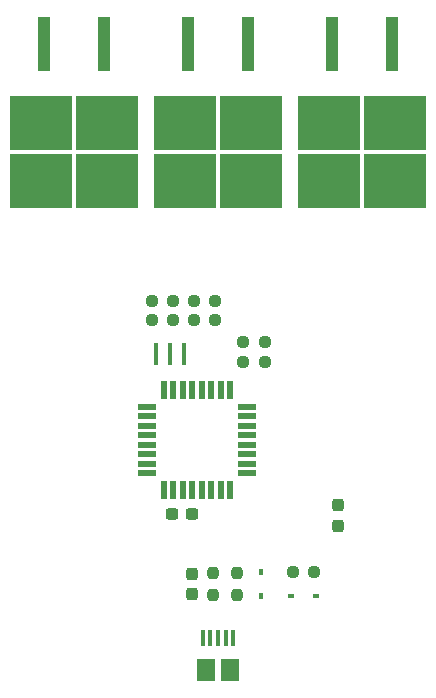
<source format=gtp>
G04 #@! TF.GenerationSoftware,KiCad,Pcbnew,(6.0.10)*
G04 #@! TF.CreationDate,2023-05-29T16:45:33+02:00*
G04 #@! TF.ProjectId,BlinkStickAdvanced,426c696e-6b53-4746-9963-6b416476616e,1.0*
G04 #@! TF.SameCoordinates,Original*
G04 #@! TF.FileFunction,Paste,Top*
G04 #@! TF.FilePolarity,Positive*
%FSLAX46Y46*%
G04 Gerber Fmt 4.6, Leading zero omitted, Abs format (unit mm)*
G04 Created by KiCad (PCBNEW (6.0.10)) date 2023-05-29 16:45:33*
%MOMM*%
%LPD*%
G01*
G04 APERTURE LIST*
G04 Aperture macros list*
%AMRoundRect*
0 Rectangle with rounded corners*
0 $1 Rounding radius*
0 $2 $3 $4 $5 $6 $7 $8 $9 X,Y pos of 4 corners*
0 Add a 4 corners polygon primitive as box body*
4,1,4,$2,$3,$4,$5,$6,$7,$8,$9,$2,$3,0*
0 Add four circle primitives for the rounded corners*
1,1,$1+$1,$2,$3*
1,1,$1+$1,$4,$5*
1,1,$1+$1,$6,$7*
1,1,$1+$1,$8,$9*
0 Add four rect primitives between the rounded corners*
20,1,$1+$1,$2,$3,$4,$5,0*
20,1,$1+$1,$4,$5,$6,$7,0*
20,1,$1+$1,$6,$7,$8,$9,0*
20,1,$1+$1,$8,$9,$2,$3,0*%
G04 Aperture macros list end*
%ADD10R,0.450000X0.600000*%
%ADD11R,0.400000X1.350000*%
%ADD12R,1.500000X1.900000*%
%ADD13RoundRect,0.237500X-0.250000X-0.237500X0.250000X-0.237500X0.250000X0.237500X-0.250000X0.237500X0*%
%ADD14RoundRect,0.237500X-0.237500X0.300000X-0.237500X-0.300000X0.237500X-0.300000X0.237500X0.300000X0*%
%ADD15RoundRect,0.237500X0.250000X0.237500X-0.250000X0.237500X-0.250000X-0.237500X0.250000X-0.237500X0*%
%ADD16R,5.250000X4.550000*%
%ADD17R,1.100000X4.600000*%
%ADD18RoundRect,0.237500X0.237500X-0.250000X0.237500X0.250000X-0.237500X0.250000X-0.237500X-0.250000X0*%
%ADD19RoundRect,0.237500X-0.237500X0.250000X-0.237500X-0.250000X0.237500X-0.250000X0.237500X0.250000X0*%
%ADD20R,0.400000X1.900000*%
%ADD21R,0.550000X1.600000*%
%ADD22R,1.600000X0.550000*%
%ADD23RoundRect,0.237500X0.237500X-0.300000X0.237500X0.300000X-0.237500X0.300000X-0.237500X-0.300000X0*%
%ADD24RoundRect,0.237500X0.300000X0.237500X-0.300000X0.237500X-0.300000X-0.237500X0.300000X-0.237500X0*%
%ADD25R,0.600000X0.450000*%
G04 APERTURE END LIST*
D10*
X60833000Y-85722000D03*
X60833000Y-83622000D03*
D11*
X55856000Y-89274300D03*
X56506000Y-89274300D03*
X57156000Y-89274300D03*
X57806000Y-89274300D03*
X58456000Y-89274300D03*
D12*
X56156000Y-91974300D03*
X58156000Y-91974300D03*
D13*
X59314000Y-65876000D03*
X61139000Y-65876000D03*
D14*
X67310000Y-78004500D03*
X67310000Y-79729500D03*
D15*
X53362500Y-60706000D03*
X51537500Y-60706000D03*
D16*
X66595500Y-50539190D03*
X72145500Y-45689190D03*
X72145500Y-50539190D03*
X66595500Y-45689190D03*
D17*
X71910500Y-38964190D03*
X66830500Y-38964190D03*
D13*
X59291500Y-64225000D03*
X61116500Y-64225000D03*
D18*
X56769000Y-85584500D03*
X56769000Y-83759500D03*
D19*
X58801000Y-83759500D03*
X58801000Y-85584500D03*
D20*
X54286000Y-65182000D03*
X53086000Y-65182000D03*
X51886000Y-65182000D03*
D15*
X65301500Y-83656000D03*
X63476500Y-83656000D03*
D16*
X59953500Y-50539190D03*
X59953500Y-45689190D03*
X54403500Y-50539190D03*
X54403500Y-45689190D03*
D17*
X59718500Y-38964190D03*
X54638500Y-38964190D03*
D13*
X55094500Y-60706000D03*
X56919500Y-60706000D03*
D21*
X58178000Y-68230000D03*
X57378000Y-68230000D03*
X56578000Y-68230000D03*
X55778000Y-68230000D03*
X54978000Y-68230000D03*
X54178000Y-68230000D03*
X53378000Y-68230000D03*
X52578000Y-68230000D03*
D22*
X51128000Y-69680000D03*
X51128000Y-70480000D03*
X51128000Y-71280000D03*
X51128000Y-72080000D03*
X51128000Y-72880000D03*
X51128000Y-73680000D03*
X51128000Y-74480000D03*
X51128000Y-75280000D03*
D21*
X52578000Y-76730000D03*
X53378000Y-76730000D03*
X54178000Y-76730000D03*
X54978000Y-76730000D03*
X55778000Y-76730000D03*
X56578000Y-76730000D03*
X57378000Y-76730000D03*
X58178000Y-76730000D03*
D22*
X59628000Y-75280000D03*
X59628000Y-74480000D03*
X59628000Y-73680000D03*
X59628000Y-72880000D03*
X59628000Y-72080000D03*
X59628000Y-71280000D03*
X59628000Y-70480000D03*
X59628000Y-69680000D03*
D13*
X55094500Y-62357000D03*
X56919500Y-62357000D03*
D23*
X54991000Y-85534500D03*
X54991000Y-83809500D03*
D15*
X53363500Y-62357000D03*
X51538500Y-62357000D03*
D24*
X54964500Y-78740000D03*
X53239500Y-78740000D03*
D16*
X42211500Y-50539190D03*
X47761500Y-45689190D03*
X42211500Y-45689190D03*
X47761500Y-50539190D03*
D17*
X47526500Y-38964190D03*
X42446500Y-38964190D03*
D25*
X63339000Y-85688000D03*
X65439000Y-85688000D03*
M02*

</source>
